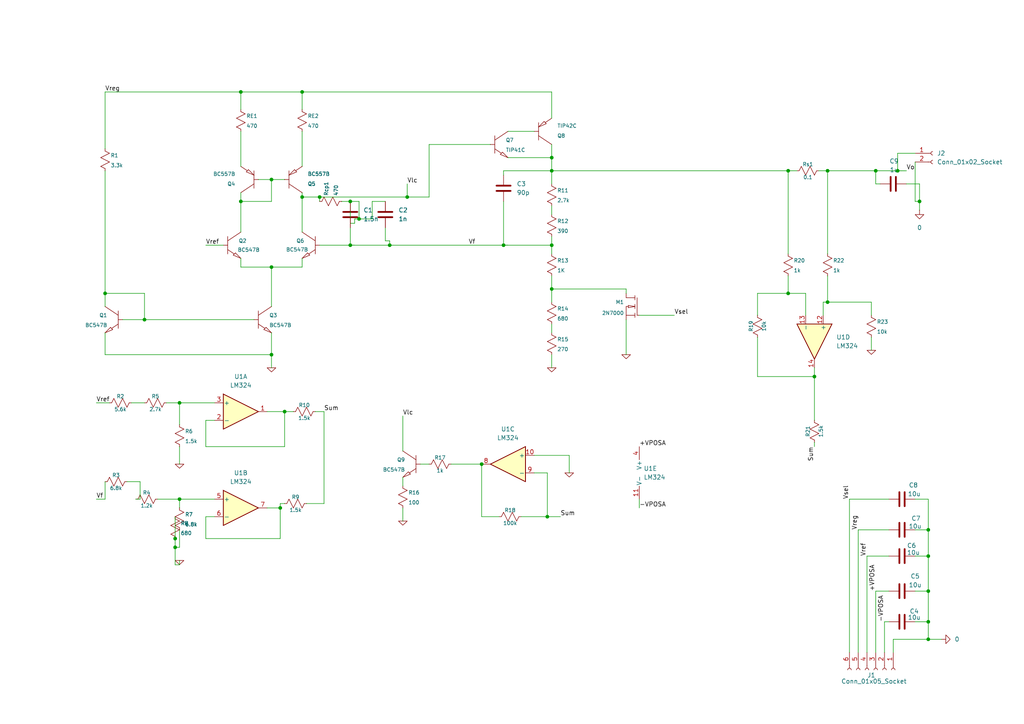
<source format=kicad_sch>
(kicad_sch (version 20231120) (generator "eeschema") (generator_version "8.0")
  (paper "A4")
  (lib_symbols
    (symbol "Amplifier_Operational:LM324" (pin_names (offset 0.127))
      (property "Reference" "U" (at 0 5.08 0))
      (property "Value" "LM324" (at 0 -5.08 0))
      (symbol "LM324_1_1"
        (polyline (pts (xy -5.08 5.08) (xy 5.08 0) (xy -5.08 -5.08) (xy -5.08 5.08)) (stroke (width 0.254)) (fill (type background)))
        (pin output line (at 7.62 0 180) (length 2.54) (name "~") (number "1"))
        (pin input line (at -7.62 -2.54 0) (length 2.54) (name "-") (number "2"))
        (pin input line (at -7.62 2.54 0) (length 2.54) (name "+") (number "3"))
      )
      (symbol "LM324_2_1"
        (polyline (pts (xy -5.08 5.08) (xy 5.08 0) (xy -5.08 -5.08) (xy -5.08 5.08)) (stroke (width 0.254)) (fill (type background)))
        (pin input line (at -7.62 2.54 0) (length 2.54) (name "+") (number "5"))
        (pin input line (at -7.62 -2.54 0) (length 2.54) (name "-") (number "6"))
        (pin output line (at 7.62 0 180) (length 2.54) (name "~") (number "7"))
      )
      (symbol "LM324_3_1"
        (polyline (pts (xy -5.08 5.08) (xy 5.08 0) (xy -5.08 -5.08) (xy -5.08 5.08)) (stroke (width 0.254)) (fill (type background)))
        (pin input line (at -7.62 2.54 0) (length 2.54) (name "+") (number "10"))
        (pin output line (at 7.62 0 180) (length 2.54) (name "~") (number "8"))
        (pin input line (at -7.62 -2.54 0) (length 2.54) (name "-") (number "9"))
      )
      (symbol "LM324_4_1"
        (polyline (pts (xy -5.08 5.08) (xy 5.08 0) (xy -5.08 -5.08) (xy -5.08 5.08)) (stroke (width 0.254)) (fill (type background)))
        (pin input line (at -7.62 2.54 0) (length 2.54) (name "+") (number "12"))
        (pin input line (at -7.62 -2.54 0) (length 2.54) (name "-") (number "13"))
        (pin output line (at 7.62 0 180) (length 2.54) (name "~") (number "14"))
      )
      (symbol "LM324_5_1"
        (pin power_in line (at -2.54 -7.62 90) (length 3.81) (name "V-") (number "11"))
        (pin power_in line (at -2.54 7.62 270) (length 3.81) (name "V+") (number "4"))
      )
    )
    (symbol "Connector:Conn_01x02_Socket" (pin_names (offset 1.016) hide)
      (property "Reference" "J" (at 0 2.54 0))
      (property "Value" "Conn_01x02_Socket" (at 0 -5.08 0))
      (symbol "Conn_01x02_Socket_1_1"
        (arc (start 0 -2.032) (mid -0.5058 -2.54) (end 0 -3.048) (stroke (width 0.1524)))
        (polyline (pts (xy -1.27 -2.54) (xy -0.508 -2.54)) (stroke (width 0.1524)))
        (polyline (pts (xy -1.27 0) (xy -0.508 0)) (stroke (width 0.1524)))
        (arc (start 0 0.508) (mid -0.5058 0) (end 0 -0.508) (stroke (width 0.1524)))
        (pin passive line (at -5.08 0 0) (length 3.81) (name "Pin_1") (number "1"))
        (pin passive line (at -5.08 -2.54 0) (length 3.81) (name "Pin_2") (number "2"))
      )
    )
    (symbol "Connector:Conn_01x06_Socket" (pin_names (offset 1.016) hide)
      (property "Reference" "J" (at 0 7.62 0))
      (property "Value" "Conn_01x06_Socket" (at 0 -10.16 0))
      (symbol "Conn_01x06_Socket_1_1"
        (arc (start 0 -7.112) (mid -0.5058 -7.62) (end 0 -8.128) (stroke (width 0.1524)))
        (arc (start 0 -4.572) (mid -0.5058 -5.08) (end 0 -5.588) (stroke (width 0.1524)))
        (arc (start 0 -2.032) (mid -0.5058 -2.54) (end 0 -3.048) (stroke (width 0.1524)))
        (polyline (pts (xy -1.27 -7.62) (xy -0.508 -7.62)) (stroke (width 0.1524)))
        (polyline (pts (xy -1.27 -5.08) (xy -0.508 -5.08)) (stroke (width 0.1524)))
        (polyline (pts (xy -1.27 -2.54) (xy -0.508 -2.54)) (stroke (width 0.1524)))
        (polyline (pts (xy -1.27 0) (xy -0.508 0)) (stroke (width 0.1524)))
        (polyline (pts (xy -1.27 2.54) (xy -0.508 2.54)) (stroke (width 0.1524)))
        (polyline (pts (xy -1.27 5.08) (xy -0.508 5.08)) (stroke (width 0.1524)))
        (arc (start 0 0.508) (mid -0.5058 0) (end 0 -0.508) (stroke (width 0.1524)))
        (arc (start 0 3.048) (mid -0.5058 2.54) (end 0 2.032) (stroke (width 0.1524)))
        (arc (start 0 5.588) (mid -0.5058 5.08) (end 0 4.572) (stroke (width 0.1524)))
        (pin passive line (at -5.08 5.08 0) (length 3.81) (name "Pin_1") (number "1"))
        (pin passive line (at -5.08 2.54 0) (length 3.81) (name "Pin_2") (number "2"))
        (pin passive line (at -5.08 0 0) (length 3.81) (name "Pin_3") (number "3"))
        (pin passive line (at -5.08 -2.54 0) (length 3.81) (name "Pin_4") (number "4"))
        (pin passive line (at -5.08 -5.08 0) (length 3.81) (name "Pin_5") (number "5"))
        (pin passive line (at -5.08 -7.62 0) (length 3.81) (name "Pin_6") (number "6"))
      )
    )
    (symbol "Device:C" (pin_numbers hide) (pin_names (offset 0.254))
      (property "Reference" "C" (at 0.635 2.54 0))
      (property "Value" "C" (at 0.635 -2.54 0))
      (symbol "C_0_1"
        (polyline (pts (xy -2.032 -0.762) (xy 2.032 -0.762)) (stroke (width 0.508)))
        (polyline (pts (xy -2.032 0.762) (xy 2.032 0.762)) (stroke (width 0.508)))
      )
      (symbol "C_1_1"
        (pin passive line (at 0 3.81 270) (length 2.794) (name "~") (number "1"))
        (pin passive line (at 0 -3.81 90) (length 2.794) (name "~") (number "2"))
      )
    )
    (symbol "ltspice:GND" (power)
      (symbol "GND_0_0"
        (polyline (pts (xy 1.27 0) (xy -1.27 0) (xy 0 -1.1938) (xy 1.27 0) (xy -1.27 0) (xy 0 -1.1938)) (stroke (width 0.1524)))
        (pin power_in line (at 0 0 0) (length 0.0005) (name "") (number ""))
      )
    )
    (symbol "ltspice:nmos" (pin_numbers hide)
      (symbol "nmos_0_0"
        (polyline (pts (xy 0.635 -6.35) (xy 0 -6.35)) (stroke (width 0.1524)))
        (polyline (pts (xy 0.635 -6.35) (xy 0.635 -1.27)) (stroke (width 0.1524)))
        (polyline (pts (xy 1.27 -6.985) (xy 1.27 -5.715)) (stroke (width 0.1524)))
        (polyline (pts (xy 1.27 -4.445) (xy 1.27 -3.175)) (stroke (width 0.1524)))
        (polyline (pts (xy 1.27 -1.905) (xy 1.27 -0.635)) (stroke (width 0.1524)))
        (polyline (pts (xy 1.27 -1.27) (xy 3.81 -1.27)) (stroke (width 0.1524)))
        (polyline (pts (xy 3.175 -4.1402) (xy 1.27 -3.81)) (stroke (width 0.1524)))
        (polyline (pts (xy 3.175 -4.1402) (xy 3.175 -3.5052)) (stroke (width 0.1524)))
        (polyline (pts (xy 3.175 -3.5052) (xy 1.27 -3.81)) (stroke (width 0.1524)))
        (polyline (pts (xy 3.81 -7.62) (xy 3.81 -3.81)) (stroke (width 0.1524)))
        (polyline (pts (xy 3.81 -6.35) (xy 1.27 -6.35)) (stroke (width 0.1524)))
        (polyline (pts (xy 3.81 -3.81) (xy 3.175 -3.81)) (stroke (width 0.1524)))
        (polyline (pts (xy 3.81 -1.27) (xy 3.81 0)) (stroke (width 0.1524)))
        (pin passive line (at 3.81 0 0) (length 0.0005) (name "D") (number "1"))
        (pin passive line (at 0 -6.35 0) (length 0.0005) (name "G") (number "2"))
        (pin passive line (at 3.81 -7.62 0) (length 0.0005) (name "S") (number "3"))
      )
    )
    (symbol "ltspice:npn" (pin_numbers hide)
      (symbol "npn_0_0"
        (polyline (pts (xy 0 -3.81) (xy 1.27 -3.81)) (stroke (width 0.1524)))
        (polyline (pts (xy 1.27 -5.08) (xy 3.175 -6.35)) (stroke (width 0.1524)))
        (polyline (pts (xy 1.27 -1.27) (xy 1.27 -6.35)) (stroke (width 0.1524)))
        (polyline (pts (xy 2.8702 -6.6802) (xy 3.5052 -6.0452)) (stroke (width 0.1524)))
        (polyline (pts (xy 2.8702 -6.6802) (xy 5.08 -7.62)) (stroke (width 0.1524)))
        (polyline (pts (xy 3.5052 -6.0452) (xy 5.08 -7.62)) (stroke (width 0.1524)))
        (polyline (pts (xy 5.08 0) (xy 1.27 -2.54)) (stroke (width 0.1524)))
        (pin passive line (at 5.08 0 0) (length 0.0005) (name "C") (number "1"))
        (pin passive line (at 0 -3.81 0) (length 0.0005) (name "B") (number "2"))
        (pin passive line (at 5.08 -7.62 0) (length 0.0005) (name "E") (number "3"))
      )
    )
    (symbol "ltspice:pnp" (pin_numbers hide)
      (symbol "pnp_0_0"
        (polyline (pts (xy 0 -3.81) (xy 1.27 -3.81)) (stroke (width 0.1524)))
        (polyline (pts (xy 1.27 -1.27) (xy 1.27 -6.35)) (stroke (width 0.1524)))
        (polyline (pts (xy 2.8702 -6.6802) (xy 1.27 -5.08)) (stroke (width 0.1524)))
        (polyline (pts (xy 2.8702 -6.6802) (xy 3.5052 -6.0452)) (stroke (width 0.1524)))
        (polyline (pts (xy 3.5052 -6.0452) (xy 1.27 -5.08)) (stroke (width 0.1524)))
        (polyline (pts (xy 5.08 -7.62) (xy 3.175 -6.35)) (stroke (width 0.1524)))
        (polyline (pts (xy 5.08 0) (xy 1.27 -2.54)) (stroke (width 0.1524)))
        (pin passive line (at 5.08 0 0) (length 0.0005) (name "C") (number "1"))
        (pin passive line (at 0 -3.81 0) (length 0.0005) (name "B") (number "2"))
        (pin passive line (at 5.08 -7.62 0) (length 0.0005) (name "E") (number "3"))
      )
    )
    (symbol "ltspice:res" (pin_numbers hide)
      (symbol "res_0_0"
        (polyline (pts (xy 0 -6.35) (xy 2.54 -5.08)) (stroke (width 0.1524)))
        (polyline (pts (xy 0 -3.81) (xy 2.54 -2.54)) (stroke (width 0.1524)))
        (polyline (pts (xy 1.27 -7.62) (xy 1.27 -6.985)) (stroke (width 0.1524)))
        (polyline (pts (xy 1.27 -6.985) (xy 0 -6.35)) (stroke (width 0.1524)))
        (polyline (pts (xy 1.27 -1.905) (xy 1.27 -1.27)) (stroke (width 0.1524)))
        (polyline (pts (xy 2.54 -5.08) (xy 0 -3.81)) (stroke (width 0.1524)))
        (polyline (pts (xy 2.54 -2.54) (xy 1.27 -1.905)) (stroke (width 0.1524)))
        (pin passive line (at 1.27 -1.27 0) (length 0.0005) (name "") (number "1"))
        (pin passive line (at 1.27 -7.62 0) (length 0.0005) (name "") (number "2"))
      )
    )
    (symbol "power:GND" (power) (pin_numbers hide) (pin_names (offset 0) hide)
      (property "Value" "GND" (at 0 -3.81 0))
      (symbol "GND_0_1"
        (polyline (pts (xy 0 0) (xy 0 -1.27) (xy 1.27 -1.27) (xy 0 -2.54) (xy -1.27 -1.27) (xy 0 -1.27)))
      )
      (symbol "GND_1_1"
        (pin power_in line (at 0 0 270) (length 0) (name "~") (number "1"))
      )
    )
  )
  (junction (at 92.71 57.15))
  (junction (at 269.24 180.34))
  (junction (at 118.11 57.15))
  (junction (at 269.24 185.42))
  (junction (at 160.02 45.72))
  (junction (at 101.6 58.42))
  (junction (at 160.02 49.53))
  (junction (at 240.03 49.53))
  (junction (at 101.6 71.12))
  (junction (at 139.7 134.62))
  (junction (at 87.63 26.67))
  (junction (at 228.6 85.09))
  (junction (at 69.85 58.42))
  (junction (at 269.24 171.45))
  (junction (at 81.28 147.32))
  (junction (at 266.7 58.42))
  (junction (at 228.6 49.53))
  (junction (at 41.91 92.71))
  (junction (at 30.48 85.09))
  (junction (at 50.8 158.75))
  (junction (at 146.05 71.12))
  (junction (at 52.07 116.84))
  (junction (at 78.74 102.87))
  (junction (at 160.02 71.12))
  (junction (at 260.35 49.53))
  (junction (at 269.24 153.67))
  (junction (at 78.74 77.47))
  (junction (at 158.75 149.86))
  (junction (at 236.22 109.22))
  (junction (at 87.63 57.15))
  (junction (at 104.14 63.5))
  (junction (at 160.02 83.82))
  (junction (at 240.03 87.63))
  (junction (at 254 49.53))
  (junction (at 50.8 156.21))
  (junction (at 52.07 144.78))
  (junction (at 78.74 52.07))
  (junction (at 69.85 26.67))
  (junction (at 269.24 161.29))
  (junction (at 82.55 119.38))
  (junction (at 113.03 71.12))
  (wire (pts (xy 30.48 102.87) (xy 30.48 96.52)) (stroke (width 0.1524)))
  (wire (pts (xy 257.81 153.67) (xy 248.92 153.67)))
  (wire (pts (xy 78.74 88.9) (xy 78.74 77.47)) (stroke (width 0.1524)))
  (wire (pts (xy 181.61 83.82) (xy 160.02 83.82)) (stroke (width 0.1524)))
  (wire (pts (xy 87.63 57.15) (xy 87.63 55.88)) (stroke (width 0.1524)))
  (wire (pts (xy 52.07 147.32) (xy 52.07 144.78)) (stroke (width 0.1524)))
  (wire (pts (xy 87.63 57.15) (xy 87.63 67.31)) (stroke (width 0.1524)))
  (wire (pts (xy 233.68 91.44) (xy 233.68 85.09)) (stroke (width 0.1524)))
  (wire (pts (xy 158.75 149.86) (xy 151.13 149.86)) (stroke (width 0.1524)))
  (wire (pts (xy 78.74 58.42) (xy 69.85 58.42)) (stroke (width 0.1524)))
  (wire (pts (xy 69.85 48.26) (xy 69.85 38.1)) (stroke (width 0.1524)))
  (wire (pts (xy 93.98 146.05) (xy 93.98 119.38)) (stroke (width 0.1524)))
  (wire (pts (xy 52.07 144.78) (xy 45.72 144.78)) (stroke (width 0.1524)))
  (wire (pts (xy 265.43 171.45) (xy 269.24 171.45)))
  (wire (pts (xy 246.38 144.78) (xy 246.38 189.23)))
  (wire (pts (xy 265.43 161.29) (xy 269.24 161.29)))
  (wire (pts (xy 82.55 119.38) (xy 85.09 119.38)) (stroke (width 0.1524)))
  (wire (pts (xy 50.8 158.75) (xy 52.07 158.75)) (stroke (width 0.1524)))
  (wire (pts (xy 269.24 144.78) (xy 269.24 153.67)))
  (wire (pts (xy 165.1 132.08) (xy 165.1 137.16)) (stroke (width 0.1524)))
  (wire (pts (xy 240.03 49.53) (xy 237.49 49.53)) (stroke (width 0.1524)))
  (wire (pts (xy 62.23 144.78) (xy 52.07 144.78)) (stroke (width 0.1524)))
  (wire (pts (xy 240.03 49.53) (xy 240.03 73.66)) (stroke (width 0.1524)))
  (wire (pts (xy 228.6 85.09) (xy 228.6 80.01)) (stroke (width 0.1524)))
  (wire (pts (xy 139.7 134.62) (xy 130.81 134.62)) (stroke (width 0.1524)))
  (wire (pts (xy 146.05 58.42) (xy 146.05 71.12)))
  (wire (pts (xy 99.06 58.42) (xy 101.6 58.42)))
  (wire (pts (xy 146.05 49.53) (xy 160.02 49.53)))
  (wire (pts (xy 160.02 96.52) (xy 160.02 93.98)) (stroke (width 0.1524)))
  (wire (pts (xy 160.02 73.66) (xy 160.02 71.12)) (stroke (width 0.1524)))
  (wire (pts (xy 228.6 49.53) (xy 231.14 49.53)) (stroke (width 0.1524)))
  (wire (pts (xy 101.6 66.04) (xy 101.6 71.12)))
  (wire (pts (xy 41.91 92.71) (xy 35.56 92.71)) (stroke (width 0.1524)))
  (wire (pts (xy 87.63 77.47) (xy 87.63 74.93)) (stroke (width 0.1524)))
  (wire (pts (xy 50.8 158.75) (xy 50.8 156.21)) (stroke (width 0.1524)))
  (wire (pts (xy 87.63 48.26) (xy 87.63 38.1)) (stroke (width 0.1524)))
  (wire (pts (xy 265.43 46.99) (xy 265.43 58.42)))
  (wire (pts (xy 101.6 58.42) (xy 101.6 64.77)))
  (wire (pts (xy 260.35 49.53) (xy 254 49.53)) (stroke (width 0.1524)))
  (wire (pts (xy 266.7 60.96) (xy 266.7 58.42)))
  (wire (pts (xy 27.94 116.84) (xy 31.75 116.84)) (stroke (width 0.1524)))
  (wire (pts (xy 78.74 77.47) (xy 69.85 77.47)) (stroke (width 0.1524)))
  (wire (pts (xy 87.63 31.75) (xy 87.63 26.67)) (stroke (width 0.1524)))
  (wire (pts (xy 240.03 87.63) (xy 240.03 80.01)) (stroke (width 0.1524)))
  (wire (pts (xy 52.07 134.62) (xy 52.07 129.54)) (stroke (width 0.1524)))
  (wire (pts (xy 30.48 85.09) (xy 30.48 49.53)) (stroke (width 0.1524)))
  (wire (pts (xy 87.63 26.67) (xy 69.85 26.67)) (stroke (width 0.1524)))
  (wire (pts (xy 236.22 109.22) (xy 236.22 121.92)) (stroke (width 0.1524)))
  (wire (pts (xy 113.03 69.85) (xy 113.03 71.12)))
  (wire (pts (xy 124.46 134.62) (xy 121.92 134.62)) (stroke (width 0.1524)))
  (wire (pts (xy 269.24 185.42) (xy 259.08 185.42)))
  (wire (pts (xy 265.43 180.34) (xy 269.24 180.34)))
  (wire (pts (xy 77.47 147.32) (xy 81.28 147.32)) (stroke (width 0.1524)))
  (wire (pts (xy 236.22 128.27) (xy 236.22 129.54)) (stroke (width 0.1524)))
  (wire (pts (xy 41.91 92.71) (xy 41.91 85.09)) (stroke (width 0.1524)))
  (wire (pts (xy 40.64 139.7) (xy 40.64 144.78)) (stroke (width 0.1524)))
  (wire (pts (xy 160.02 49.53) (xy 160.02 45.72)) (stroke (width 0.1524)))
  (wire (pts (xy 269.24 171.45) (xy 269.24 180.34)))
  (wire (pts (xy 146.05 50.8) (xy 146.05 49.53)))
  (wire (pts (xy 50.8 149.86) (xy 50.8 156.21)) (stroke (width 0.1524)))
  (wire (pts (xy 269.24 153.67) (xy 269.24 161.29)))
  (wire (pts (xy 146.05 71.12) (xy 160.02 71.12)) (stroke (width 0.1524)))
  (wire (pts (xy 139.7 134.62) (xy 139.7 149.86)) (stroke (width 0.1524)))
  (wire (pts (xy 92.71 57.15) (xy 92.71 58.42)))
  (wire (pts (xy 52.07 158.75) (xy 52.07 153.67)) (stroke (width 0.1524)))
  (wire (pts (xy 107.95 58.42) (xy 107.95 63.5)))
  (wire (pts (xy 107.95 63.5) (xy 104.14 63.5)))
  (wire (pts (xy 116.84 151.13) (xy 116.84 147.32)) (stroke (width 0.1524)))
  (wire (pts (xy 260.35 44.45) (xy 260.35 49.53)))
  (wire (pts (xy 62.23 116.84) (xy 52.07 116.84)) (stroke (width 0.1524)))
  (wire (pts (xy 77.47 119.38) (xy 82.55 119.38)) (stroke (width 0.1524)))
  (wire (pts (xy 260.35 49.53) (xy 262.89 49.53)))
  (wire (pts (xy 251.46 161.29) (xy 251.46 189.23)))
  (wire (pts (xy 265.43 58.42) (xy 266.7 58.42)))
  (wire (pts (xy 246.38 144.78) (xy 257.81 144.78)))
  (wire (pts (xy 259.08 185.42) (xy 259.08 189.23)))
  (wire (pts (xy 81.28 147.32) (xy 81.28 156.21)) (stroke (width 0.1524)))
  (wire (pts (xy 238.76 91.44) (xy 238.76 87.63)) (stroke (width 0.1524)))
  (wire (pts (xy 30.48 139.7) (xy 30.48 144.78)) (stroke (width 0.1524)))
  (wire (pts (xy 93.98 146.05) (xy 88.9 146.05)) (stroke (width 0.1524)))
  (wire (pts (xy 160.02 106.68) (xy 160.02 102.87)) (stroke (width 0.1524)))
  (wire (pts (xy 181.61 102.87) (xy 181.61 92.71)) (stroke (width 0.1524)))
  (wire (pts (xy 30.48 43.18) (xy 30.48 26.67)) (stroke (width 0.1524)))
  (wire (pts (xy 36.83 139.7) (xy 40.64 139.7)) (stroke (width 0.1524)))
  (wire (pts (xy 146.05 71.12) (xy 147.32 71.12)))
  (wire (pts (xy 113.03 71.12) (xy 146.05 71.12)) (stroke (width 0.1524)))
  (wire (pts (xy 228.6 49.53) (xy 228.6 73.66)) (stroke (width 0.1524)))
  (wire (pts (xy 101.6 71.12) (xy 113.03 71.12)) (stroke (width 0.1524)))
  (wire (pts (xy 52.07 123.19) (xy 52.07 116.84)) (stroke (width 0.1524)))
  (wire (pts (xy 41.91 116.84) (xy 38.1 116.84)) (stroke (width 0.1524)))
  (wire (pts (xy 59.69 71.12) (xy 64.77 71.12)) (stroke (width 0.1524)))
  (wire (pts (xy 160.02 53.34) (xy 160.02 49.53)) (stroke (width 0.1524)))
  (wire (pts (xy 102.87 64.77) (xy 102.87 63.5)))
  (wire (pts (xy 254 53.34) (xy 254 49.53)))
  (wire (pts (xy 160.02 83.82) (xy 160.02 80.01)) (stroke (width 0.1524)))
  (wire (pts (xy 142.24 41.91) (xy 124.46 41.91)) (stroke (width 0.1524)))
  (wire (pts (xy 87.63 57.15) (xy 92.71 57.15)) (stroke (width 0.1524)))
  (wire (pts (xy 81.28 156.21) (xy 59.69 156.21)) (stroke (width 0.1524)))
  (wire (pts (xy 78.74 58.42) (xy 78.74 52.07)) (stroke (width 0.1524)))
  (wire (pts (xy 116.84 140.97) (xy 116.84 138.43)) (stroke (width 0.1524)))
  (wire (pts (xy 228.6 85.09) (xy 233.68 85.09)) (stroke (width 0.1524)))
  (wire (pts (xy 273.05 185.42) (xy 269.24 185.42)))
  (wire (pts (xy 265.43 153.67) (xy 269.24 153.67)))
  (wire (pts (xy 158.75 137.16) (xy 154.94 137.16)) (stroke (width 0.1524)))
  (wire (pts (xy 82.55 129.54) (xy 82.55 119.38)) (stroke (width 0.1524)))
  (wire (pts (xy 160.02 45.72) (xy 147.32 45.72)) (stroke (width 0.1524)))
  (wire (pts (xy 101.6 64.77) (xy 102.87 64.77)))
  (wire (pts (xy 160.02 34.29) (xy 160.02 26.67)) (stroke (width 0.1524)))
  (wire (pts (xy 251.46 161.29) (xy 257.81 161.29)))
  (wire (pts (xy 40.64 144.78) (xy 39.37 144.78)) (stroke (width 0.1524)))
  (wire (pts (xy 256.54 180.34) (xy 256.54 189.23)))
  (wire (pts (xy 101.6 58.42) (xy 104.14 58.42)))
  (wire (pts (xy 252.73 87.63) (xy 252.73 91.44)) (stroke (width 0.1524)))
  (wire (pts (xy 219.71 97.79) (xy 219.71 109.22)) (stroke (width 0.1524)))
  (wire (pts (xy 104.14 58.42) (xy 104.14 63.5)))
  (wire (pts (xy 87.63 77.47) (xy 78.74 77.47)) (stroke (width 0.1524)))
  (wire (pts (xy 81.28 146.05) (xy 81.28 147.32)) (stroke (width 0.1524)))
  (wire (pts (xy 59.69 129.54) (xy 59.69 121.92)) (stroke (width 0.1524)))
  (wire (pts (xy 82.55 146.05) (xy 81.28 146.05)) (stroke (width 0.1524)))
  (wire (pts (xy 219.71 85.09) (xy 228.6 85.09)) (stroke (width 0.1524)))
  (wire (pts (xy 154.94 132.08) (xy 165.1 132.08)) (stroke (width 0.1524)))
  (wire (pts (xy 111.76 66.04) (xy 111.76 69.85)))
  (wire (pts (xy 93.98 119.38) (xy 91.44 119.38)) (stroke (width 0.1524)))
  (wire (pts (xy 236.22 106.68) (xy 236.22 109.22)) (stroke (width 0.1524)))
  (wire (pts (xy 50.8 163.83) (xy 52.07 163.83)) (stroke (width 0.1524)))
  (wire (pts (xy 219.71 109.22) (xy 236.22 109.22)) (stroke (width 0.1524)))
  (wire (pts (xy 92.71 71.12) (xy 101.6 71.12)) (stroke (width 0.1524)))
  (wire (pts (xy 254 171.45) (xy 257.81 171.45)))
  (wire (pts (xy 185.42 147.32) (xy 185.42 144.78)))
  (wire (pts (xy 238.76 87.63) (xy 240.03 87.63)) (stroke (width 0.1524)))
  (wire (pts (xy 158.75 149.86) (xy 162.56 149.86)) (stroke (width 0.1524)))
  (wire (pts (xy 265.43 144.78) (xy 269.24 144.78)))
  (wire (pts (xy 78.74 102.87) (xy 78.74 96.52)) (stroke (width 0.1524)))
  (wire (pts (xy 160.02 26.67) (xy 87.63 26.67)) (stroke (width 0.1524)))
  (wire (pts (xy 160.02 49.53) (xy 228.6 49.53)) (stroke (width 0.1524)))
  (wire (pts (xy 269.24 180.34) (xy 269.24 185.42)))
  (wire (pts (xy 52.07 163.83) (xy 52.07 162.56)) (stroke (width 0.1524)))
  (wire (pts (xy 154.94 38.1) (xy 147.32 38.1)) (stroke (width 0.1524)))
  (wire (pts (xy 78.74 106.68) (xy 78.74 102.87)) (stroke (width 0.1524)))
  (wire (pts (xy 41.91 85.09) (xy 30.48 85.09)) (stroke (width 0.1524)))
  (wire (pts (xy 69.85 67.31) (xy 69.85 58.42)) (stroke (width 0.1524)))
  (wire (pts (xy 69.85 77.47) (xy 69.85 74.93)) (stroke (width 0.1524)))
  (wire (pts (xy 266.7 53.34) (xy 266.7 58.42)))
  (wire (pts (xy 69.85 58.42) (xy 69.85 55.88)) (stroke (width 0.1524)))
  (wire (pts (xy 59.69 156.21) (xy 59.69 149.86)) (stroke (width 0.1524)))
  (wire (pts (xy 260.35 44.45) (xy 265.43 44.45)))
  (wire (pts (xy 269.24 161.29) (xy 269.24 171.45)))
  (wire (pts (xy 240.03 87.63) (xy 252.73 87.63)) (stroke (width 0.1524)))
  (wire (pts (xy 69.85 31.75) (xy 69.85 26.67)) (stroke (width 0.1524)))
  (wire (pts (xy 30.48 144.78) (xy 27.94 144.78)) (stroke (width 0.1524)))
  (wire (pts (xy 111.76 69.85) (xy 113.03 69.85)))
  (wire (pts (xy 160.02 87.63) (xy 160.02 83.82)) (stroke (width 0.1524)))
  (wire (pts (xy 82.55 129.54) (xy 59.69 129.54)) (stroke (width 0.1524)))
  (wire (pts (xy 160.02 62.23) (xy 160.02 59.69)) (stroke (width 0.1524)))
  (wire (pts (xy 118.11 57.15) (xy 124.46 57.15)) (stroke (width 0.1524)))
  (wire (pts (xy 252.73 97.79) (xy 252.73 101.6)))
  (wire (pts (xy 181.61 85.09) (xy 181.61 83.82)) (stroke (width 0.1524)))
  (wire (pts (xy 219.71 85.09) (xy 219.71 91.44)) (stroke (width 0.1524)))
  (wire (pts (xy 78.74 102.87) (xy 30.48 102.87)) (stroke (width 0.1524)))
  (wire (pts (xy 104.14 63.5) (xy 102.87 63.5)))
  (wire (pts (xy 254 49.53) (xy 240.03 49.53)) (stroke (width 0.1524)))
  (wire (pts (xy 124.46 57.15) (xy 124.46 41.91)) (stroke (width 0.1524)))
  (wire (pts (xy 262.89 49.53) (xy 260.35 49.53)) (stroke (width 0.1524)))
  (wire (pts (xy 92.71 57.15) (xy 118.11 57.15)) (stroke (width 0.1524)))
  (wire (pts (xy 82.55 52.07) (xy 78.74 52.07)) (stroke (width 0.1524)))
  (wire (pts (xy 107.95 58.42) (xy 111.76 58.42)))
  (wire (pts (xy 254 171.45) (xy 254 189.23)))
  (wire (pts (xy 248.92 153.67) (xy 248.92 189.23)))
  (wire (pts (xy 116.84 130.81) (xy 116.84 120.65)) (stroke (width 0.1524)))
  (wire (pts (xy 78.74 52.07) (xy 74.93 52.07)) (stroke (width 0.1524)))
  (wire (pts (xy 158.75 137.16) (xy 158.75 149.86)) (stroke (width 0.1524)))
  (wire (pts (xy 160.02 71.12) (xy 160.02 68.58)) (stroke (width 0.1524)))
  (wire (pts (xy 30.48 88.9) (xy 30.48 85.09)) (stroke (width 0.1524)))
  (wire (pts (xy 50.8 163.83) (xy 50.8 158.75)) (stroke (width 0.1524)))
  (wire (pts (xy 73.66 92.71) (xy 41.91 92.71)) (stroke (width 0.1524)))
  (wire (pts (xy 52.07 116.84) (xy 48.26 116.84)) (stroke (width 0.1524)))
  (wire (pts (xy 255.27 53.34) (xy 254 53.34)))
  (wire (pts (xy 262.89 53.34) (xy 266.7 53.34)))
  (wire (pts (xy 118.11 57.15) (xy 118.11 53.34)) (stroke (width 0.1524)))
  (wire (pts (xy 195.58 91.44) (xy 185.42 91.44)) (stroke (width 0.1524)))
  (wire (pts (xy 101.6 71.12) (xy 102.87 71.12)))
  (wire (pts (xy 59.69 121.92) (xy 62.23 121.92)) (stroke (width 0.1524)))
  (wire (pts (xy 256.54 180.34) (xy 257.81 180.34)))
  (wire (pts (xy 69.85 26.67) (xy 30.48 26.67)) (stroke (width 0.1524)))
  (wire (pts (xy 160.02 45.72) (xy 160.02 41.91)) (stroke (width 0.1524)))
  (wire (pts (xy 144.78 149.86) (xy 139.7 149.86)) (stroke (width 0.1524)))
  (wire (pts (xy 62.23 149.86) (xy 59.69 149.86)) (stroke (width 0.1524)))
  (label "Vlc" (at 118.11 53.34 0))
  (label "-VPOSA" (at 185.42 147.32 0))
  (label "Vref" (at 59.69 71.12 0))
  (label "Vf" (at 27.94 144.78 0))
  (label "Vref" (at 27.94 116.84 0))
  (label "Vsel" (at 246.38 144.78 90))
  (label "Vsel" (at 195.58 91.44 0))
  (label "Vref" (at 251.46 161.29 90))
  (label "Vreg" (at 30.48 26.67 0))
  (label "Sum" (at 162.56 149.86 0))
  (label "+VPOSA" (at 185.42 129.54 0))
  (label "+VPOSA" (at 254 171.45 90))
  (label "Sum" (at 93.98 119.38 0))
  (label "Vlc" (at 116.84 120.65 0))
  (label "Vf" (at 135.89 71.12 0))
  (label "Sum" (at 236.22 129.54 270))
  (label "-VPOSA" (at 256.54 180.34 90))
  (label "Vreg" (at 248.92 153.67 90))
  (label "Vo" (at 262.89 49.53 0))
  (symbol (lib_id "ltspice:res") (at 50.8 146.05 0) (unit 1)
    (property "Reference" "R7" (at 53.6702 149.225 0) (effects (font (size 1.0668 1.0668)) (justify left)))
    (property "Value" "6.8k" (at 53.6702 152.0952 0) (effects (font (size 1.0668 1.0668)) (justify left)))
    (property "Footprint" "Resistor_THT:R_Axial_DIN0207_L6.3mm_D2.5mm_P7.62mm_Horizontal" (effects (hide yes)))
    (property "Sim.Device" "R" (effects (hide yes)))
    (property "Sim.Params" "R=${VALUE}" (effects (hide yes)))
  )
  (symbol (lib_id "ltspice:res") (at 238.76 72.39 0) (unit 1)
    (property "Reference" "R22" (at 241.6302 75.565 0) (effects (font (size 1.0668 1.0668)) (justify left)))
    (property "Value" "1k" (at 241.6302 78.4352 0) (effects (font (size 1.0668 1.0668)) (justify left)))
    (property "Footprint" "Resistor_THT:R_Axial_DIN0207_L6.3mm_D2.5mm_P7.62mm_Horizontal" (effects (hide yes)))
    (property "Sim.Device" "R" (effects (hide yes)))
    (property "Sim.Params" "R=${VALUE}" (effects (hide yes)))
  )
  (symbol (lib_id "Device:C") (at 261.62 171.45 90) (unit 1)
    (property "Reference" "C5" (at 265.43 167.132 90))
    (property "Value" "10u" (at 265.43 169.672 90))
    (property "Footprint" "Capacitor_THT:C_Disc_D3.4mm_W2.1mm_P2.50mm" (effects (hide yes)))
    (property "Description" "Unpolarized capacitor" (effects (hide yes)))
  )
  (symbol (lib_id "ltspice:npn") (at 142.24 38.1 0) (unit 1)
    (property "Reference" "Q7" (at 146.685 40.64 0) (effects (font (size 1.0668 1.0668)) (justify left)))
    (property "Value" "TIP41C" (at 146.685 43.5102 0) (effects (font (size 1.0668 1.0668)) (justify left)))
    (property "Footprint" "Package_TO_SOT_THT:TO-92L_Inline" (effects (hide yes)))
    (property "Sim.Device" "SPICE" (effects (hide yes)))
    (property "Sim.Params" "model=\"TIP41C\"" (effects (hide yes)))
  )
  (symbol (lib_id "ltspice:res") (at 238.76 48.26 270) (unit 1)
    (property "Reference" "Rs1" (at 234.315 48.26 90) (effects (font (size 1.0668 1.0668)) (justify bottom)))
    (property "Value" "0.1" (at 234.315 50.8 90) (effects (font (size 1.0668 1.0668)) (justify top)))
    (property "Footprint" "Resistor_THT:R_Axial_DIN0207_L6.3mm_D2.5mm_P7.62mm_Horizontal" (effects (hide yes)))
    (property "Sim.Device" "R" (effects (hide yes)))
    (property "Sim.Params" "R=${VALUE}" (effects (hide yes)))
  )
  (symbol (lib_id "ltspice:res") (at 29.21 41.91 0) (unit 1)
    (property "Reference" "R1" (at 32.0802 45.085 0) (effects (font (size 1.0668 1.0668)) (justify left)))
    (property "Value" "3.3k" (at 32.0802 47.9552 0) (effects (font (size 1.0668 1.0668)) (justify left)))
    (property "Footprint" "Resistor_THT:R_Axial_DIN0207_L6.3mm_D2.5mm_P7.62mm_Horizontal" (effects (hide yes)))
    (property "Sim.Device" "R" (effects (hide yes)))
    (property "Sim.Params" "R=${VALUE}" (effects (hide yes)))
  )
  (symbol (lib_id "ltspice:res") (at 251.46 90.17 0) (unit 1)
    (property "Reference" "R23" (at 254.3302 93.345 0) (effects (font (size 1.0668 1.0668)) (justify left)))
    (property "Value" "10k" (at 254.3302 96.2152 0) (effects (font (size 1.0668 1.0668)) (justify left)))
    (property "Footprint" "Resistor_THT:R_Axial_DIN0207_L6.3mm_D2.5mm_P7.62mm_Horizontal" (effects (hide yes)))
    (property "Sim.Device" "R" (effects (hide yes)))
    (property "Sim.Params" "R=${VALUE}" (effects (hide yes)))
  )
  (symbol (lib_id "ltspice:res") (at 91.44 59.69 90) (unit 1)
    (property "Reference" "Rcp1" (at 94.615 56.8198 0) (effects (font (size 1.0668 1.0668)) (justify left)))
    (property "Value" "470" (at 97.4852 56.8198 0) (effects (font (size 1.0668 1.0668)) (justify left)))
    (property "Footprint" "Resistor_THT:R_Axial_DIN0207_L6.3mm_D2.5mm_P7.62mm_Horizontal" (effects (hide yes)))
    (property "Sim.Device" "R" (effects (hide yes)))
    (property "Sim.Params" "R=${VALUE}" (effects (hide yes)))
  )
  (symbol (lib_id "Connector:Conn_01x02_Socket") (at 270.51 44.45 0) (unit 1)
    (property "Reference" "J2" (at 271.78 44.4499 0) (effects (justify left)))
    (property "Value" "Conn_01x02_Socket" (at 271.78 46.9899 0) (effects (justify left)))
    (property "Footprint" "Connector_PinSocket_1.00mm:PinSocket_1x02_P1.00mm_Vertical" (effects (hide yes)))
    (property "Description" "Generic connector, single row, 01x02, script generated" (effects (hide yes)))
  )
  (symbol (lib_id "Device:C") (at 261.62 180.34 90) (unit 1)
    (property "Reference" "C4" (at 265.176 177.292 90))
    (property "Value" "10u" (at 265.176 179.07 90))
    (property "Footprint" "Capacitor_THT:C_Disc_D3.4mm_W2.1mm_P2.50mm" (effects (hide yes)))
    (property "Description" "Unpolarized capacitor" (effects (hide yes)))
  )
  (symbol (lib_id "ltspice:res") (at 218.44 90.17 0) (unit 1)
    (property "Reference" "R19" (at 218.44 94.615 90) (effects (font (size 1.0668 1.0668)) (justify bottom)))
    (property "Value" "10k" (at 220.98 94.615 90) (effects (font (size 1.0668 1.0668)) (justify top)))
    (property "Footprint" "Resistor_THT:R_Axial_DIN0207_L6.3mm_D2.5mm_P7.62mm_Horizontal" (effects (hide yes)))
    (property "Sim.Device" "R" (effects (hide yes)))
    (property "Sim.Params" "R=${VALUE}" (effects (hide yes)))
  )
  (symbol (lib_id "ltspice:res") (at 152.4 148.59 270) (unit 1)
    (property "Reference" "R18" (at 147.955 148.59 90) (effects (font (size 1.0668 1.0668)) (justify bottom)))
    (property "Value" "100k" (at 147.955 151.13 90) (effects (font (size 1.0668 1.0668)) (justify top)))
    (property "Footprint" "Resistor_THT:R_Axial_DIN0207_L6.3mm_D2.5mm_P7.62mm_Horizontal" (effects (hide yes)))
    (property "Sim.Device" "R" (effects (hide yes)))
    (property "Sim.Params" "R=${VALUE}" (effects (hide yes)))
  )
  (symbol (lib_id "ltspice:res") (at 158.75 60.96 0) (unit 1)
    (property "Reference" "R12" (at 161.6202 64.135 0) (effects (font (size 1.0668 1.0668)) (justify left)))
    (property "Value" "390" (at 161.6202 67.0052 0) (effects (font (size 1.0668 1.0668)) (justify left)))
    (property "Footprint" "Resistor_THT:R_Axial_DIN0207_L6.3mm_D2.5mm_P7.62mm_Horizontal" (effects (hide yes)))
    (property "Sim.Device" "R" (effects (hide yes)))
    (property "Sim.Params" "R=${VALUE}" (effects (hide yes)))
  )
  (symbol (lib_id "ltspice:npn") (at 121.92 130.81 0) (mirror y) (unit 1)
    (property "Reference" "Q9" (at 117.475 133.35 0) (effects (font (size 1.0668 1.0668)) (justify left)))
    (property "Value" "BC547B" (at 117.475 136.2202 0) (effects (font (size 1.0668 1.0668)) (justify left)))
    (property "Footprint" "Package_TO_SOT_THT:TO-92L_Inline" (effects (hide yes)))
    (property "Sim.Device" "SPICE" (effects (hide yes)))
    (property "Sim.Params" "model=\"BC547B\"" (effects (hide yes)))
  )
  (symbol (lib_id "ltspice:res") (at 49.53 148.59 0) (unit 1)
    (property "Reference" "R8" (at 52.4002 151.765 0) (effects (font (size 1.0668 1.0668)) (justify left)))
    (property "Value" "680" (at 52.4002 154.6352 0) (effects (font (size 1.0668 1.0668)) (justify left)))
    (property "Footprint" "Resistor_THT:R_Axial_DIN0207_L6.3mm_D2.5mm_P7.62mm_Horizontal" (effects (hide yes)))
    (property "Sim.Device" "R" (effects (hide yes)))
    (property "Sim.Params" "R=${VALUE}" (effects (hide yes)))
  )
  (symbol (lib_id "ltspice:GND") (at 160.02 106.68 0) (unit 1)
    (property "Reference" "#GND04" (effects (hide yes)))
    (property "Value" "0" (effects (hide yes)))
  )
  (symbol (lib_id "ltspice:res") (at 92.71 118.11 270) (unit 1)
    (property "Reference" "R10" (at 88.265 118.11 90) (effects (font (size 1.0668 1.0668)) (justify bottom)))
    (property "Value" "1.5k" (at 88.265 120.65 90) (effects (font (size 1.0668 1.0668)) (justify top)))
    (property "Footprint" "Resistor_THT:R_Axial_DIN0207_L6.3mm_D2.5mm_P7.62mm_Horizontal" (effects (hide yes)))
    (property "Sim.Device" "R" (effects (hide yes)))
    (property "Sim.Params" "R=${VALUE}" (effects (hide yes)))
  )
  (symbol (lib_id "ltspice:res") (at 227.33 72.39 0) (unit 1)
    (property "Reference" "R20" (at 230.2002 75.565 0) (effects (font (size 1.0668 1.0668)) (justify left)))
    (property "Value" "1k" (at 230.2002 78.4352 0) (effects (font (size 1.0668 1.0668)) (justify left)))
    (property "Footprint" "Resistor_THT:R_Axial_DIN0207_L6.3mm_D2.5mm_P7.62mm_Horizontal" (effects (hide yes)))
    (property "Sim.Device" "R" (effects (hide yes)))
    (property "Sim.Params" "R=${VALUE}" (effects (hide yes)))
  )
  (symbol (lib_id "Device:C") (at 111.76 62.23 0) (unit 1)
    (property "Reference" "C2" (at 115.57 60.9599 0) (effects (justify left)))
    (property "Value" "1n" (at 115.57 63.4999 0) (effects (justify left)))
    (property "Footprint" "Capacitor_THT:C_Disc_D3.4mm_W2.1mm_P2.50mm" (effects (hide yes)))
    (property "Description" "Unpolarized capacitor" (effects (hide yes)))
  )
  (symbol (lib_id "ltspice:npn") (at 92.71 67.31 0) (mirror y) (unit 1)
    (property "Reference" "Q6" (at 88.265 69.85 0) (effects (font (size 1.0668 1.0668)) (justify left)))
    (property "Value" "BC547B" (at 89.3826 72.39 0) (effects (font (size 1.0668 1.0668)) (justify left)))
    (property "Footprint" "Package_TO_SOT_THT:TO-92L_Inline" (effects (hide yes)))
    (property "Sim.Device" "SPICE" (effects (hide yes)))
    (property "Sim.Params" "model=\"BC547B\"" (effects (hide yes)))
  )
  (symbol (lib_id "ltspice:res") (at 49.53 115.57 270) (unit 1)
    (property "Reference" "R5" (at 45.085 115.57 90) (effects (font (size 1.0668 1.0668)) (justify bottom)))
    (property "Value" "2.7k" (at 45.085 118.11 90) (effects (font (size 1.0668 1.0668)) (justify top)))
    (property "Footprint" "Resistor_THT:R_Axial_DIN0207_L6.3mm_D2.5mm_P7.62mm_Horizontal" (effects (hide yes)))
    (property "Sim.Device" "R" (effects (hide yes)))
    (property "Sim.Params" "R=${VALUE}" (effects (hide yes)))
  )
  (symbol (lib_id "Device:C") (at 259.08 53.34 90) (unit 1)
    (property "Reference" "C9" (at 259.334 46.736 90))
    (property "Value" "1u" (at 259.334 49.276 90))
    (property "Footprint" "Capacitor_THT:C_Disc_D3.4mm_W2.1mm_P2.50mm" (effects (hide yes)))
    (property "Description" "Unpolarized capacitor" (effects (hide yes)))
  )
  (symbol (lib_id "ltspice:res") (at 158.75 72.39 0) (unit 1)
    (property "Reference" "R13" (at 161.6202 75.565 0) (effects (font (size 1.0668 1.0668)) (justify left)))
    (property "Value" "1K" (at 161.6202 78.4352 0) (effects (font (size 1.0668 1.0668)) (justify left)))
    (property "Footprint" "Resistor_THT:R_Axial_DIN0207_L6.3mm_D2.5mm_P7.62mm_Horizontal" (effects (hide yes)))
    (property "Sim.Device" "R" (effects (hide yes)))
    (property "Sim.Params" "R=${VALUE}" (effects (hide yes)))
  )
  (symbol (lib_id "ltspice:nmos") (at 185.42 85.09 0) (mirror y) (unit 1)
    (property "Reference" "M1" (at 180.975 87.63 0) (effects (font (size 1.0668 1.0668)) (justify left)))
    (property "Value" "2N7000" (at 180.975 90.805 0) (effects (font (size 1.0668 1.0668)) (justify left)))
    (property "Footprint" "Package_TO_SOT_THT:TO-92L_Inline" (effects (hide yes)))
    (property "Sim.Device" "SPICE" (effects (hide yes)))
    (property "Sim.Params" "model=\"2N7002\"" (effects (hide yes)))
  )
  (symbol (lib_id "ltspice:npn") (at 73.66 88.9 0) (unit 1)
    (property "Reference" "Q3" (at 78.105 91.44 0) (effects (font (size 1.0668 1.0668)) (justify left)))
    (property "Value" "BC547B" (at 78.105 94.3102 0) (effects (font (size 1.0668 1.0668)) (justify left)))
    (property "Footprint" "Package_TO_SOT_THT:TO-92L_Inline" (effects (hide yes)))
    (property "Sim.Device" "SPICE" (effects (hide yes)))
    (property "Sim.Params" "model=\"BC547B\"" (effects (hide yes)))
  )
  (symbol (lib_id "ltspice:res") (at 38.1 138.43 270) (unit 1)
    (property "Reference" "R3" (at 33.655 138.43 90) (effects (font (size 1.0668 1.0668)) (justify bottom)))
    (property "Value" "6.8k" (at 33.655 140.97 90) (effects (font (size 1.0668 1.0668)) (justify top)))
    (property "Footprint" "Resistor_THT:R_Axial_DIN0207_L6.3mm_D2.5mm_P7.62mm_Horizontal" (effects (hide yes)))
    (property "Sim.Device" "R" (effects (hide yes)))
    (property "Sim.Params" "R=${VALUE}" (effects (hide yes)))
  )
  (symbol (lib_id "ltspice:npn") (at 64.77 67.31 0) (unit 1)
    (property "Reference" "Q2" (at 69.215 69.85 0) (effects (font (size 1.0668 1.0668)) (justify left)))
    (property "Value" "BC547B" (at 68.9102 72.4662 0) (effects (font (size 1.0668 1.0668)) (justify left)))
    (property "Footprint" "Package_TO_SOT_THT:TO-92L_Inline" (effects (hide yes)))
    (property "Sim.Device" "SPICE" (effects (hide yes)))
    (property "Sim.Params" "model=\"BC547B\"" (effects (hide yes)))
  )
  (symbol (lib_id "ltspice:GND") (at 165.1 137.16 0) (unit 1)
    (property "Reference" "#GND07" (effects (hide yes)))
    (property "Value" "0" (effects (hide yes)))
  )
  (symbol (lib_id "Amplifier_Operational:LM324") (at 236.22 99.06 270) (unit 4)
    (property "Reference" "U1" (at 242.57 97.7899 90) (effects (justify left)))
    (property "Value" "LM324" (at 242.57 100.3299 90) (effects (justify left)))
    (property "Footprint" "Package_DIP:DIP-14_W7.62mm_Socket" (effects (hide yes)))
    (property "Datasheet" "http://www.ti.com/lit/ds/symlink/lm2902-n.pdf" (effects (hide yes)))
    (property "Description" "Low-Power, Quad-Operational Amplifiers, DIP-14/SOIC-14/SSOP-14" (effects (hide yes)))
  )
  (symbol (lib_id "ltspice:res") (at 39.37 115.57 270) (unit 1)
    (property "Reference" "R2" (at 34.925 115.57 90) (effects (font (size 1.0668 1.0668)) (justify bottom)))
    (property "Value" "5.6k" (at 34.925 118.11 90) (effects (font (size 1.0668 1.0668)) (justify top)))
    (property "Footprint" "Resistor_THT:R_Axial_DIN0207_L6.3mm_D2.5mm_P7.62mm_Horizontal" (effects (hide yes)))
    (property "Sim.Device" "R" (effects (hide yes)))
    (property "Sim.Params" "R=${VALUE}" (effects (hide yes)))
  )
  (symbol (lib_id "power:GND") (at 266.7 60.96 0) (unit 1)
    (property "Reference" "#PWR02" (effects (hide yes)))
    (property "Value" "0" (at 266.7 66.04 0))
    (property "Description" "Power symbol creates a global label with name \"GND\" , ground" (effects (hide yes)))
  )
  (symbol (lib_id "ltspice:pnp") (at 82.55 55.88 0) (mirror x) (unit 1)
    (property "Reference" "Q5" (at 89.2302 53.34 0) (effects (font (size 1.0668 1.0668)) (justify left)))
    (property "Value" "BC557B" (at 89.2302 50.4698 0) (effects (font (size 1.0668 1.0668)) (justify left)))
    (property "Footprint" "Package_TO_SOT_THT:TO-92L_Inline" (effects (hide yes)))
    (property "Sim.Device" "SPICE" (effects (hide yes)))
    (property "Sim.Params" "model=\"BC557B\"" (effects (hide yes)))
  )
  (symbol (lib_id "ltspice:res") (at 132.08 133.35 270) (unit 1)
    (property "Reference" "R17" (at 127.635 133.35 90) (effects (font (size 1.0668 1.0668)) (justify bottom)))
    (property "Value" "1k" (at 127.635 135.89 90) (effects (font (size 1.0668 1.0668)) (justify top)))
    (property "Footprint" "Resistor_THT:R_Axial_DIN0207_L6.3mm_D2.5mm_P7.62mm_Horizontal" (effects (hide yes)))
    (property "Sim.Device" "R" (effects (hide yes)))
    (property "Sim.Params" "R=${VALUE}" (effects (hide yes)))
  )
  (symbol (lib_id "ltspice:res") (at 86.36 30.48 0) (unit 1)
    (property "Reference" "RE2" (at 89.2302 33.655 0) (effects (font (size 1.0668 1.0668)) (justify left)))
    (property "Value" "470" (at 89.2302 36.5252 0) (effects (font (size 1.0668 1.0668)) (justify left)))
    (property "Footprint" "Resistor_THT:R_Axial_DIN0207_L6.3mm_D2.5mm_P7.62mm_Horizontal" (effects (hide yes)))
    (property "Sim.Device" "R" (effects (hide yes)))
    (property "Sim.Params" "R=${VALUE}" (effects (hide yes)))
  )
  (symbol (lib_id "power:GND") (at 273.05 185.42 90) (unit 1)
    (property "Reference" "#PWR01" (effects (hide yes)))
    (property "Value" "0" (at 276.86 185.4199 90) (effects (justify right)))
    (property "Description" "Power symbol creates a global label with name \"GND\" , ground" (effects (hide yes)))
  )
  (symbol (lib_id "Connector:Conn_01x06_Socket") (at 254 194.31 270) (unit 1)
    (property "Reference" "J1" (at 252.73 195.834 90))
    (property "Value" "Conn_01x05_Socket" (at 253.492 197.612 90))
    (property "Footprint" "Connector_PinSocket_1.00mm:PinSocket_1x06_P1.00mm_Vertical" (effects (hide yes)))
    (property "Description" "Generic connector, single row, 01x06, script generated" (effects (hide yes)))
  )
  (symbol (lib_id "ltspice:GND") (at 116.84 151.13 0) (unit 1)
    (property "Reference" "#GND05" (effects (hide yes)))
    (property "Value" "0" (effects (hide yes)))
  )
  (symbol (lib_id "ltspice:res") (at 115.57 139.7 0) (unit 1)
    (property "Reference" "R16" (at 118.4402 142.875 0) (effects (font (size 1.0668 1.0668)) (justify left)))
    (property "Value" "100" (at 118.4402 145.7452 0) (effects (font (size 1.0668 1.0668)) (justify left)))
    (property "Footprint" "Resistor_THT:R_Axial_DIN0207_L6.3mm_D2.5mm_P7.62mm_Horizontal" (effects (hide yes)))
    (property "Sim.Device" "R" (effects (hide yes)))
    (property "Sim.Params" "R=${VALUE}" (effects (hide yes)))
  )
  (symbol (lib_id "Device:C") (at 101.6 62.23 0) (unit 1)
    (property "Reference" "C1" (at 105.41 60.9599 0) (effects (justify left)))
    (property "Value" "1.5n" (at 105.41 63.4999 0) (effects (justify left)))
    (property "Footprint" "Capacitor_THT:C_Disc_D3.4mm_W2.1mm_P2.50mm" (effects (hide yes)))
    (property "Description" "Unpolarized capacitor" (effects (hide yes)))
  )
  (symbol (lib_id "ltspice:res") (at 158.75 86.36 0) (unit 1)
    (property "Reference" "R14" (at 161.6202 89.535 0) (effects (font (size 1.0668 1.0668)) (justify left)))
    (property "Value" "680" (at 161.6202 92.4052 0) (effects (font (size 1.0668 1.0668)) (justify left)))
    (property "Footprint" "Resistor_THT:R_Axial_DIN0207_L6.3mm_D2.5mm_P7.62mm_Horizontal" (effects (hide yes)))
    (property "Sim.Device" "R" (effects (hide yes)))
    (property "Sim.Params" "R=${VALUE}" (effects (hide yes)))
  )
  (symbol (lib_id "ltspice:pnp") (at 154.94 41.91 0) (mirror x) (unit 1)
    (property "Reference" "Q8" (at 161.6202 39.37 0) (effects (font (size 1.0668 1.0668)) (justify left)))
    (property "Value" "TIP42C" (at 161.6202 36.4998 0) (effects (font (size 1.0668 1.0668)) (justify left)))
    (property "Footprint" "Package_TO_SOT_THT:TO-220-3_Vertical" (effects (hide yes)))
    (property "Sim.Device" "SPICE" (effects (hide yes)))
    (property "Sim.Params" "model=\"TIP42C\"" (effects (hide yes)))
  )
  (symbol (lib_id "Amplifier_Operational:LM324") (at 69.85 119.38 0) (unit 1)
    (property "Reference" "U1" (at 69.85 109.22 0))
    (property "Value" "LM324" (at 69.85 111.76 0))
    (property "Footprint" "Package_DIP:DIP-14_W7.62mm_Socket" (effects (hide yes)))
    (property "Datasheet" "http://www.ti.com/lit/ds/symlink/lm2902-n.pdf" (effects (hide yes)))
    (property "Description" "Low-Power, Quad-Operational Amplifiers, DIP-14/SOIC-14/SSOP-14" (effects (hide yes)))
  )
  (symbol (lib_id "ltspice:res") (at 90.17 144.78 270) (unit 1)
    (property "Reference" "R9" (at 85.725 144.78 90) (effects (font (size 1.0668 1.0668)) (justify bottom)))
    (property "Value" "1.5k" (at 85.725 147.32 90) (effects (font (size 1.0668 1.0668)) (justify top)))
    (property "Footprint" "Resistor_THT:R_Axial_DIN0207_L6.3mm_D2.5mm_P7.62mm_Horizontal" (effects (hide yes)))
    (property "Sim.Device" "R" (effects (hide yes)))
    (property "Sim.Params" "R=${VALUE}" (effects (hide yes)))
  )
  (symbol (lib_id "Device:C") (at 261.62 161.29 90) (unit 1)
    (property "Reference" "C6" (at 264.414 158.242 90))
    (property "Value" "10u" (at 264.922 160.274 90))
    (property "Footprint" "Capacitor_THT:C_Disc_D3.4mm_W2.1mm_P2.50mm" (effects (hide yes)))
    (property "Description" "Unpolarized capacitor" (effects (hide yes)))
  )
  (symbol (lib_id "ltspice:res") (at 68.58 30.48 0) (unit 1)
    (property "Reference" "RE1" (at 71.4502 33.655 0) (effects (font (size 1.0668 1.0668)) (justify left)))
    (property "Value" "470" (at 71.4502 36.5252 0) (effects (font (size 1.0668 1.0668)) (justify left)))
    (property "Footprint" "Resistor_THT:R_Axial_DIN0207_L6.3mm_D2.5mm_P7.62mm_Horizontal" (effects (hide yes)))
    (property "Sim.Device" "R" (effects (hide yes)))
    (property "Sim.Params" "R=${VALUE}" (effects (hide yes)))
  )
  (symbol (lib_id "ltspice:GND") (at 181.61 102.87 0) (unit 1)
    (property "Reference" "#GND06" (effects (hide yes)))
    (property "Value" "0" (effects (hide yes)))
  )
  (symbol (lib_id "ltspice:res") (at 158.75 95.25 0) (unit 1)
    (property "Reference" "R15" (at 161.6202 98.425 0) (effects (font (size 1.0668 1.0668)) (justify left)))
    (property "Value" "270" (at 161.6202 101.2952 0) (effects (font (size 1.0668 1.0668)) (justify left)))
    (property "Footprint" "Resistor_THT:R_Axial_DIN0207_L6.3mm_D2.5mm_P7.62mm_Horizontal" (effects (hide yes)))
    (property "Sim.Device" "R" (effects (hide yes)))
    (property "Sim.Params" "R=${VALUE}" (effects (hide yes)))
  )
  (symbol (lib_id "Amplifier_Operational:LM324") (at 69.85 147.32 0) (unit 2)
    (property "Reference" "U1" (at 69.85 137.16 0))
    (property "Value" "LM324" (at 69.85 139.7 0))
    (property "Footprint" "Package_DIP:DIP-14_W7.62mm_Socket" (effects (hide yes)))
    (property "Datasheet" "http://www.ti.com/lit/ds/symlink/lm2902-n.pdf" (effects (hide yes)))
    (property "Description" "Low-Power, Quad-Operational Amplifiers, DIP-14/SOIC-14/SSOP-14" (effects (hide yes)))
  )
  (symbol (lib_id "ltspice:GND") (at 78.74 106.68 0) (unit 1)
    (property "Reference" "#GND03" (effects (hide yes)))
    (property "Value" "0" (effects (hide yes)))
  )
  (symbol (lib_id "ltspice:pnp") (at 74.93 55.88 180) (unit 1)
    (property "Reference" "Q4" (at 68.2498 53.34 0) (effects (font (size 1.0668 1.0668)) (justify left)))
    (property "Value" "BC557B" (at 68.2498 50.4698 0) (effects (font (size 1.0668 1.0668)) (justify left)))
    (property "Footprint" "Package_TO_SOT_THT:TO-92L_Inline" (effects (hide yes)))
    (property "Sim.Device" "SPICE" (effects (hide yes)))
    (property "Sim.Params" "model=\"BC557B\"" (effects (hide yes)))
  )
  (symbol (lib_id "ltspice:GND") (at 252.73 101.6 0) (unit 1)
    (property "Reference" "#GND08" (effects (hide yes)))
    (property "Value" "0" (effects (hide yes)))
  )
  (symbol (lib_id "ltspice:res") (at 158.75 52.07 0) (unit 1)
    (property "Reference" "R11" (at 161.6202 55.245 0) (effects (font (size 1.0668 1.0668)) (justify left)))
    (property "Value" "2.7k" (at 161.6202 58.1152 0) (effects (font (size 1.0668 1.0668)) (justify left)))
    (property "Footprint" "Resistor_THT:R_Axial_DIN0207_L6.3mm_D2.5mm_P7.62mm_Horizontal" (effects (hide yes)))
    (property "Sim.Device" "R" (effects (hide yes)))
    (property "Sim.Params" "R=${VALUE}" (effects (hide yes)))
  )
  (symbol (lib_id "Amplifier_Operational:LM324") (at 147.32 134.62 0) (mirror y) (unit 3)
    (property "Reference" "U1" (at 147.32 124.46 0))
    (property "Value" "LM324" (at 147.32 127 0))
    (property "Footprint" "Package_DIP:DIP-14_W7.62mm_Socket" (effects (hide yes)))
    (property "Datasheet" "http://www.ti.com/lit/ds/symlink/lm2902-n.pdf" (effects (hide yes)))
    (property "Description" "Low-Power, Quad-Operational Amplifiers, DIP-14/SOIC-14/SSOP-14" (effects (hide yes)))
  )
  (symbol (lib_id "ltspice:npn") (at 35.56 88.9 0) (mirror y) (unit 1)
    (property "Reference" "Q1" (at 31.115 91.44 0) (effects (font (size 1.0668 1.0668)) (justify left)))
    (property "Value" "BC547B" (at 31.115 94.3102 0) (effects (font (size 1.0668 1.0668)) (justify left)))
    (property "Footprint" "Package_TO_SOT_THT:TO-92L_Inline" (effects (hide yes)))
    (property "Sim.Device" "SPICE" (effects (hide yes)))
    (property "Sim.Params" "model=\"BC547B\"" (effects (hide yes)))
  )
  (symbol (lib_id "ltspice:res") (at 50.8 121.92 0) (unit 1)
    (property "Reference" "R6" (at 53.6702 125.095 0) (effects (font (size 1.0668 1.0668)) (justify left)))
    (property "Value" "1.5k" (at 53.6702 127.9652 0) (effects (font (size 1.0668 1.0668)) (justify left)))
    (property "Footprint" "Resistor_THT:R_Axial_DIN0207_L6.3mm_D2.5mm_P7.62mm_Horizontal" (effects (hide yes)))
    (property "Sim.Device" "R" (effects (hide yes)))
    (property "Sim.Params" "R=${VALUE}" (effects (hide yes)))
  )
  (symbol (lib_id "ltspice:res") (at 234.95 120.65 0) (unit 1)
    (property "Reference" "R21" (at 234.95 125.095 90) (effects (font (size 1.0668 1.0668)) (justify bottom)))
    (property "Value" "1.5k" (at 237.49 125.095 90) (effects (font (size 1.0668 1.0668)) (justify top)))
    (property "Footprint" "Resistor_THT:R_Axial_DIN0207_L6.3mm_D2.5mm_P7.62mm_Horizontal" (effects (hide yes)))
    (property "Sim.Device" "R" (effects (hide yes)))
    (property "Sim.Params" "R=${VALUE}" (effects (hide yes)))
  )
  (symbol (lib_id "ltspice:res") (at 46.99 143.51 270) (unit 1)
    (property "Reference" "R4" (at 42.545 143.51 90) (effects (font (size 1.0668 1.0668)) (justify bottom)))
    (property "Value" "1.2k" (at 42.545 146.05 90) (effects (font (size 1.0668 1.0668)) (justify top)))
    (property "Footprint" "Resistor_THT:R_Axial_DIN0207_L6.3mm_D2.5mm_P7.62mm_Horizontal" (effects (hide yes)))
    (property "Sim.Device" "R" (effects (hide yes)))
    (property "Sim.Params" "R=${VALUE}" (effects (hide yes)))
  )
  (symbol (lib_id "Device:C") (at 261.62 153.67 90) (unit 1)
    (property "Reference" "C7" (at 265.684 150.368 90))
    (property "Value" "10u" (at 265.43 152.654 90))
    (property "Footprint" "Capacitor_THT:C_Disc_D3.4mm_W2.1mm_P2.50mm" (effects (hide yes)))
    (property "Description" "Unpolarized capacitor" (effects (hide yes)))
  )
  (symbol (lib_id "Device:C") (at 261.62 144.78 90) (unit 1)
    (property "Reference" "C8" (at 264.922 140.716 90))
    (property "Value" "10u" (at 265.176 143.256 90))
    (property "Footprint" "Capacitor_THT:C_Disc_D3.4mm_W2.1mm_P2.50mm" (effects (hide yes)))
    (property "Description" "Unpolarized capacitor" (effects (hide yes)))
  )
  (symbol (lib_id "Amplifier_Operational:LM324") (at 187.96 137.16 0) (unit 5)
    (property "Reference" "U1" (at 186.69 135.8899 0) (effects (justify left)))
    (property "Value" "LM324" (at 186.69 138.4299 0) (effects (justify left)))
    (property "Footprint" "Package_DIP:DIP-14_W7.62mm_Socket" (effects (hide yes)))
    (property "Datasheet" "http://www.ti.com/lit/ds/symlink/lm2902-n.pdf" (effects (hide yes)))
    (property "Description" "Low-Power, Quad-Operational Amplifiers, DIP-14/SOIC-14/SSOP-14" (effects (hide yes)))
  )
  (symbol (lib_id "Device:C") (at 146.05 54.61 0) (unit 1)
    (property "Reference" "C3" (at 149.86 53.3399 0) (effects (justify left)))
    (property "Value" "90p" (at 149.86 55.8799 0) (effects (justify left)))
    (property "Footprint" "Capacitor_THT:C_Disc_D3.4mm_W2.1mm_P2.50mm" (effects (hide yes)))
    (property "Description" "Unpolarized capacitor" (effects (hide yes)))
  )
  (symbol (lib_id "ltspice:GND") (at 52.07 162.56 0) (unit 1)
    (property "Reference" "#GND02" (effects (hide yes)))
    (property "Value" "0" (effects (hide yes)))
  )
  (symbol (lib_id "ltspice:GND") (at 52.07 134.62 0) (unit 1)
    (property "Reference" "#GND01" (effects (hide yes)))
    (property "Value" "0" (effects (hide yes)))
  )
)
</source>
